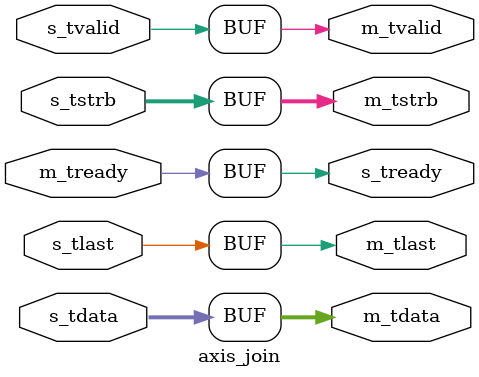
<source format=v>

`timescale 1 ns / 1 ps

	module axis_join #
	(
		// Parameters of Axi Slave Bus Interface S00_AXI
		parameter integer AXIS_DATA_WIDTH	= 32
		// parameter integer AXI_ADDR_WIDTH	= 29
	)
	(
		input wire  s_tvalid,
		output wire s_tready,
		input wire [AXIS_DATA_WIDTH-1 : 0] s_tdata,
		input wire [(AXIS_DATA_WIDTH/8)-1 : 0] s_tstrb,
		// input wire [AXISignal(USER_WIDTH)] s_tuser,
		input wire  s_tlast,

		output wire  m_tvalid,
		input wire m_tready,
		output wire [AXIS_DATA_WIDTH-1 : 0] m_tdata,
		output wire [(AXIS_DATA_WIDTH/8)-1 : 0] m_tstrb,
		// input wire [AXISignal(USER_WIDTH)] s_tuser,
		output wire  m_tlast
	);
		assign   s_tready = m_tready;
		assign   m_tvalid = s_tvalid;
		assign   m_tdata = s_tdata;
		assign   m_tstrb = s_tstrb;
		assign   m_tlast = s_tlast;

	endmodule

</source>
